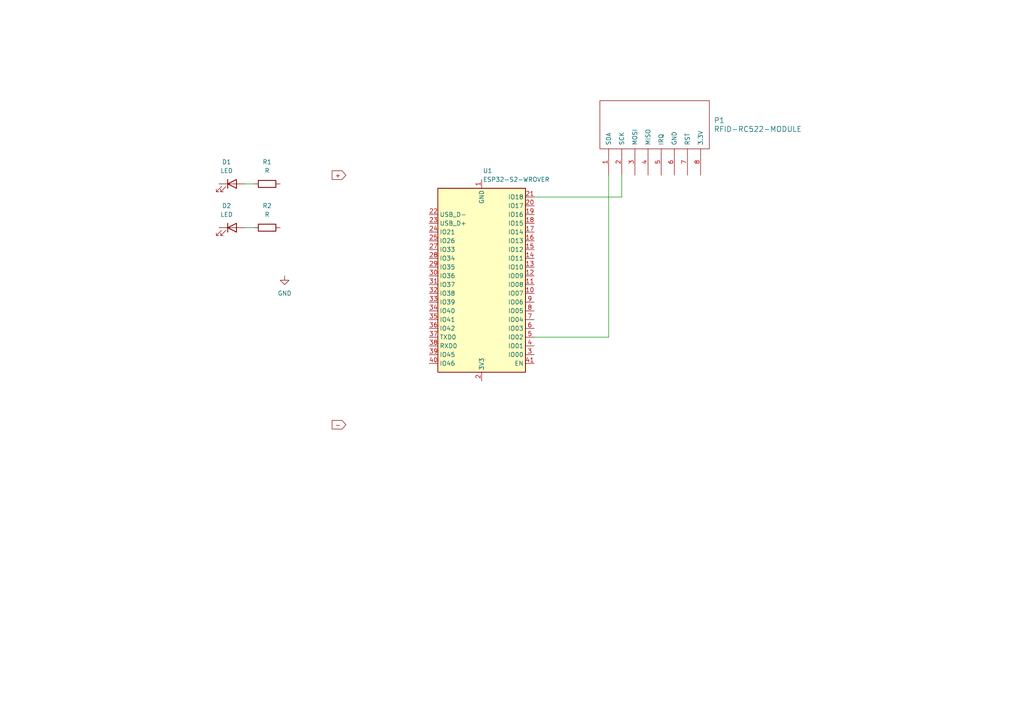
<source format=kicad_sch>
(kicad_sch (version 20230121) (generator eeschema)
  (paper "A4")
  (lib_symbols
    (symbol "DAlexis:RFID-RC522-MODULE" (pin_names (offset 1.016))
      (property "Reference" "P" (at 0 1.27 0))
      (property "Value" "RFID-RC522-MODULE" (at -1.27 3.81 0))
      (symbol "RFID-RC522-MODULE_0_1"
        (rectangle (start -16.51 7.62) (end 15.24 -6.35))
      )
      (symbol "RFID-RC522-MODULE_1_1"
        (pin input line (at -13.97 -13.97 90) (length 7.62) (name "SDA") (number "1"))
        (pin input line (at -10.16 -13.97 90) (length 7.62) (name "SCK") (number "2"))
        (pin input line (at -6.35 -13.97 90) (length 7.62) (name "MOSI") (number "3"))
        (pin input line (at -2.54 -13.97 90) (length 7.62) (name "MISO") (number "4"))
        (pin input line (at 1.27 -13.97 90) (length 7.62) (name "IRQ") (number "5"))
        (pin input line (at 5.08 -13.97 90) (length 7.62) (name "GND") (number "6"))
        (pin input line (at 8.89 -13.97 90) (length 7.62) (name "RST") (number "7"))
        (pin input line (at 12.7 -13.97 90) (length 7.62) (name "3.3V") (number "8"))
      )
    )
    (symbol "Device:LED" (pin_numbers hide) (pin_names (offset 1.016) hide)
      (property "Reference" "D" (at 0 2.54 0))
      (property "Value" "LED" (at 0 -2.54 0))
      (symbol "LED_0_1"
        (polyline (pts (xy -1.27 -1.27) (xy -1.27 1.27)) (stroke (width 0.254)))
        (polyline (pts (xy -1.27 0) (xy 1.27 0)))
        (polyline (pts (xy 1.27 -1.27) (xy 1.27 1.27) (xy -1.27 0) (xy 1.27 -1.27)) (stroke (width 0.254)))
        (polyline (pts (xy -3.048 -0.762) (xy -4.572 -2.286) (xy -3.81 -2.286) (xy -4.572 -2.286) (xy -4.572 -1.524)))
        (polyline (pts (xy -1.778 -0.762) (xy -3.302 -2.286) (xy -2.54 -2.286) (xy -3.302 -2.286) (xy -3.302 -1.524)))
      )
      (symbol "LED_1_1"
        (pin passive line (at -3.81 0 0) (length 2.54) (name "K") (number "1"))
        (pin passive line (at 3.81 0 180) (length 2.54) (name "A") (number "2"))
      )
    )
    (symbol "Device:R" (pin_numbers hide) (pin_names (offset 0))
      (property "Reference" "R" (at 2.032 0 90))
      (property "Value" "R" (at 0 0 90))
      (symbol "R_0_1"
        (rectangle (start -1.016 -2.54) (end 1.016 2.54) (stroke (width 0.254)))
      )
      (symbol "R_1_1"
        (pin passive line (at 0 3.81 270) (length 1.27) (name "~") (number "1"))
        (pin passive line (at 0 -3.81 90) (length 1.27) (name "~") (number "2"))
      )
    )
    (symbol "RF_Module:ESP32-S2-WROVER"
      (property "Reference" "U" (at -12.7 29.21 0))
      (property "Value" "ESP32-S2-WROVER" (at 2.54 29.21 0))
      (symbol "ESP32-S2-WROVER_0_1"
        (rectangle (start -12.7 27.94) (end 12.7 -25.4) (stroke (width 0.254)) (fill (type background)))
      )
      (symbol "ESP32-S2-WROVER_1_1"
        (pin power_in line (at 0 -27.94 90) (length 2.54) (name "GND") (number "1"))
        (pin bidirectional line (at -15.24 5.08 0) (length 2.54) (name "IO07") (number "10"))
        (pin bidirectional line (at -15.24 2.54 0) (length 2.54) (name "IO08") (number "11"))
        (pin bidirectional line (at -15.24 0 0) (length 2.54) (name "IO09") (number "12"))
        (pin bidirectional line (at -15.24 -2.54 0) (length 2.54) (name "IO10") (number "13"))
        (pin bidirectional line (at -15.24 -5.08 0) (length 2.54) (name "IO11") (number "14"))
        (pin bidirectional line (at -15.24 -7.62 0) (length 2.54) (name "IO12") (number "15"))
        (pin bidirectional line (at -15.24 -10.16 0) (length 2.54) (name "IO13") (number "16"))
        (pin bidirectional line (at -15.24 -12.7 0) (length 2.54) (name "IO14") (number "17"))
        (pin bidirectional line (at -15.24 -15.24 0) (length 2.54) (name "IO15") (number "18"))
        (pin bidirectional line (at -15.24 -17.78 0) (length 2.54) (name "IO16") (number "19"))
        (pin power_in line (at 0 30.48 270) (length 2.54) (name "3V3") (number "2"))
        (pin bidirectional line (at -15.24 -20.32 0) (length 2.54) (name "IO17") (number "20"))
        (pin bidirectional line (at -15.24 -22.86 0) (length 2.54) (name "IO18") (number "21"))
        (pin bidirectional line (at 15.24 -17.78 180) (length 2.54) (name "USB_D-") (number "22"))
        (pin bidirectional line (at 15.24 -15.24 180) (length 2.54) (name "USB_D+") (number "23"))
        (pin bidirectional line (at 15.24 -12.7 180) (length 2.54) (name "IO21") (number "24"))
        (pin bidirectional line (at 15.24 -10.16 180) (length 2.54) (name "IO26") (number "25"))
        (pin passive line (at 0 -27.94 90) (length 2.54) hide (name "GND") (number "26"))
        (pin bidirectional line (at 15.24 -7.62 180) (length 2.54) (name "IO33") (number "27"))
        (pin bidirectional line (at 15.24 -5.08 180) (length 2.54) (name "IO34") (number "28"))
        (pin bidirectional line (at 15.24 -2.54 180) (length 2.54) (name "IO35") (number "29"))
        (pin bidirectional line (at -15.24 22.86 0) (length 2.54) (name "IO00") (number "3"))
        (pin bidirectional line (at 15.24 0 180) (length 2.54) (name "IO36") (number "30"))
        (pin bidirectional line (at 15.24 2.54 180) (length 2.54) (name "IO37") (number "31"))
        (pin bidirectional line (at 15.24 5.08 180) (length 2.54) (name "IO38") (number "32"))
        (pin bidirectional line (at 15.24 7.62 180) (length 2.54) (name "IO39") (number "33"))
        (pin bidirectional line (at 15.24 10.16 180) (length 2.54) (name "IO40") (number "34"))
        (pin bidirectional line (at 15.24 12.7 180) (length 2.54) (name "IO41") (number "35"))
        (pin bidirectional line (at 15.24 15.24 180) (length 2.54) (name "IO42") (number "36"))
        (pin bidirectional line (at 15.24 17.78 180) (length 2.54) (name "TXD0") (number "37"))
        (pin bidirectional line (at 15.24 20.32 180) (length 2.54) (name "RXD0") (number "38"))
        (pin bidirectional line (at 15.24 22.86 180) (length 2.54) (name "IO45") (number "39"))
        (pin bidirectional line (at -15.24 20.32 0) (length 2.54) (name "IO01") (number "4"))
        (pin input line (at 15.24 25.4 180) (length 2.54) (name "IO46") (number "40"))
        (pin input line (at -15.24 25.4 0) (length 2.54) (name "EN") (number "41"))
        (pin passive line (at 0 -27.94 90) (length 2.54) hide (name "GND") (number "42"))
        (pin passive line (at 0 -27.94 90) (length 2.54) hide (name "GND") (number "43"))
        (pin bidirectional line (at -15.24 17.78 0) (length 2.54) (name "IO02") (number "5"))
        (pin bidirectional line (at -15.24 15.24 0) (length 2.54) (name "IO03") (number "6"))
        (pin bidirectional line (at -15.24 12.7 0) (length 2.54) (name "IO04") (number "7"))
        (pin bidirectional line (at -15.24 10.16 0) (length 2.54) (name "IO05") (number "8"))
        (pin bidirectional line (at -15.24 7.62 0) (length 2.54) (name "IO06") (number "9"))
      )
    )
    (symbol "power:GND" (power) (pin_names (offset 0))
      (property "Value" "GND" (at 0 -3.81 0))
      (symbol "GND_0_1"
        (polyline (pts (xy 0 0) (xy 0 -1.27) (xy 1.27 -1.27) (xy 0 -2.54) (xy -1.27 -1.27) (xy 0 -1.27)))
      )
      (symbol "GND_1_1"
        (pin power_in line (at 0 0 270) (length 0) hide (name "GND") (number "1"))
      )
    )
  )
  (wire (pts (xy 154.94 97.79) (xy 176.53 97.79)))
  (wire (pts (xy 71.12 66.04) (xy 73.66 66.04)))
  (wire (pts (xy 71.12 53.34) (xy 73.66 53.34)))
  (wire (pts (xy 180.34 57.15) (xy 180.34 50.8)))
  (wire (pts (xy 176.53 97.79) (xy 176.53 50.8)))
  (wire (pts (xy 154.94 57.15) (xy 180.34 57.15)))
  (global_label "-" (shape input) (at 100.33 123.19 180) (property "Intersheetrefs" "${INTERSHEET_REFS}" (effects hide)))
  (global_label "+" (shape input) (at 100.33 50.8 180) (property "Intersheetrefs" "${INTERSHEET_REFS}" (effects hide)))
  (symbol (lib_id "Device:LED") (at 67.31 53.34 0) (unit 1)
    (property "Reference" "D1" (at 65.7225 46.99 0))
    (property "Value" "LED" (at 65.7225 49.53 0))
  )
  (symbol (lib_id "Device:R") (at 77.47 53.34 90) (unit 1)
    (property "Reference" "R1" (at 77.47 46.99 90))
    (property "Value" "R" (at 77.47 49.53 90))
  )
  (symbol (lib_id "power:GND") (at 82.55 80.01 0) (unit 1)
    (property "Reference" "#PWR01" (effects hide))
    (property "Value" "GND" (at 82.55 85.09 0))
  )
  (symbol (lib_id "DAlexis:RFID-RC522-MODULE") (at 190.5 36.83 0) (unit 1)
    (property "Reference" "P1" (at 207.01 34.925 0) (effects (font (size 1.524 1.524)) (justify left)))
    (property "Value" "RFID-RC522-MODULE" (at 207.01 37.465 0) (effects (font (size 1.524 1.524)) (justify left)))
  )
  (symbol (lib_id "RF_Module:ESP32-S2-WROVER") (at 139.7 80.01 180) (unit 1)
    (property "Reference" "U1" (at 140.0459 49.53 0) (effects (justify right)))
    (property "Value" "ESP32-S2-WROVER" (at 140.0459 52.07 0) (effects (justify right)))
    (property "Footprint" "RF_Module:ESP32-S2-WROVER" (effects hide))
    (property "Datasheet" "https://www.espressif.com/sites/default/files/documentation/esp32-s2-wroom_esp32-s2-wroom-i_datasheet_en.pdf" (effects hide))
  )
  (symbol (lib_id "Device:LED") (at 67.31 66.04 0) (unit 1)
    (property "Reference" "D2" (at 65.7225 59.69 0))
    (property "Value" "LED" (at 65.7225 62.23 0))
  )
  (symbol (lib_id "Device:R") (at 77.47 66.04 90) (unit 1)
    (property "Reference" "R2" (at 77.47 59.69 90))
    (property "Value" "R" (at 77.47 62.23 90))
  )
)
</source>
